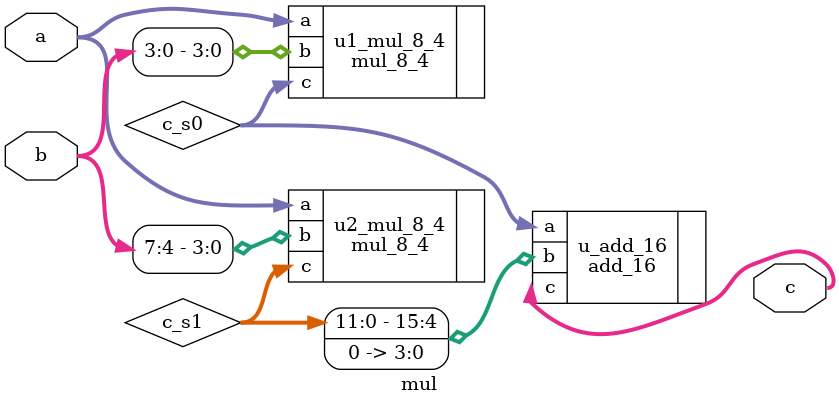
<source format=v>
`timescale 1ns / 1ps


module mul(
        input [7:0]a,
        input [7:0]b,
        output [15:0]c);

    wire [15:0]c_s0;
    wire [15:0]c_s1;

    mul_8_4 u1_mul_8_4(
                .a (a[7:0]),
                .b (b[3:0]),
                .c (c_s0[15:0])
            );

    mul_8_4 u2_mul_8_4(
                .a (a[7:0]),
                .b (b[7:4]),
                .c (c_s1[15:0])
            );

    add_16 u_add_16(
               .a (c_s0),
               .b ({c_s1[11:0],4'b0}),
               .c (c)
           );
endmodule

</source>
